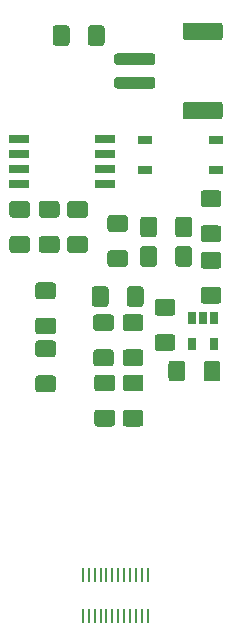
<source format=gbr>
%TF.GenerationSoftware,KiCad,Pcbnew,(5.1.6)-1*%
%TF.CreationDate,2021-10-03T16:09:20-04:00*%
%TF.ProjectId,horny_dom,686f726e-795f-4646-9f6d-2e6b69636164,rev?*%
%TF.SameCoordinates,Original*%
%TF.FileFunction,Paste,Top*%
%TF.FilePolarity,Positive*%
%FSLAX46Y46*%
G04 Gerber Fmt 4.6, Leading zero omitted, Abs format (unit mm)*
G04 Created by KiCad (PCBNEW (5.1.6)-1) date 2021-10-03 16:09:20*
%MOMM*%
%LPD*%
G01*
G04 APERTURE LIST*
%ADD10R,1.200000X0.800000*%
%ADD11R,1.700000X0.650000*%
%ADD12R,0.650000X1.060000*%
%ADD13R,0.270000X1.300000*%
G04 APERTURE END LIST*
D10*
%TO.C,U3*%
X158200000Y-85470000D03*
X152200000Y-85470000D03*
X152200000Y-82930000D03*
X158200000Y-82930000D03*
%TD*%
D11*
%TO.C,Tiny85*%
X141550000Y-86705000D03*
X141550000Y-85435000D03*
X141550000Y-84165000D03*
X141550000Y-82895000D03*
X148850000Y-82895000D03*
X148850000Y-84165000D03*
X148850000Y-85435000D03*
X148850000Y-86705000D03*
%TD*%
D12*
%TO.C,U1*%
X158050000Y-100200000D03*
X156150000Y-100200000D03*
X156150000Y-98000000D03*
X157100000Y-98000000D03*
X158050000Y-98000000D03*
%TD*%
%TO.C,R8*%
G36*
G01*
X149125000Y-95575000D02*
X149125000Y-96825000D01*
G75*
G02*
X148875000Y-97075000I-250000J0D01*
G01*
X147950000Y-97075000D01*
G75*
G02*
X147700000Y-96825000I0J250000D01*
G01*
X147700000Y-95575000D01*
G75*
G02*
X147950000Y-95325000I250000J0D01*
G01*
X148875000Y-95325000D01*
G75*
G02*
X149125000Y-95575000I0J-250000D01*
G01*
G37*
G36*
G01*
X152100000Y-95575000D02*
X152100000Y-96825000D01*
G75*
G02*
X151850000Y-97075000I-250000J0D01*
G01*
X150925000Y-97075000D01*
G75*
G02*
X150675000Y-96825000I0J250000D01*
G01*
X150675000Y-95575000D01*
G75*
G02*
X150925000Y-95325000I250000J0D01*
G01*
X151850000Y-95325000D01*
G75*
G02*
X152100000Y-95575000I0J-250000D01*
G01*
G37*
%TD*%
%TO.C,R7*%
G36*
G01*
X148075000Y-100675000D02*
X149325000Y-100675000D01*
G75*
G02*
X149575000Y-100925000I0J-250000D01*
G01*
X149575000Y-101850000D01*
G75*
G02*
X149325000Y-102100000I-250000J0D01*
G01*
X148075000Y-102100000D01*
G75*
G02*
X147825000Y-101850000I0J250000D01*
G01*
X147825000Y-100925000D01*
G75*
G02*
X148075000Y-100675000I250000J0D01*
G01*
G37*
G36*
G01*
X148075000Y-97700000D02*
X149325000Y-97700000D01*
G75*
G02*
X149575000Y-97950000I0J-250000D01*
G01*
X149575000Y-98875000D01*
G75*
G02*
X149325000Y-99125000I-250000J0D01*
G01*
X148075000Y-99125000D01*
G75*
G02*
X147825000Y-98875000I0J250000D01*
G01*
X147825000Y-97950000D01*
G75*
G02*
X148075000Y-97700000I250000J0D01*
G01*
G37*
%TD*%
%TO.C,R6*%
G36*
G01*
X150575000Y-100675000D02*
X151825000Y-100675000D01*
G75*
G02*
X152075000Y-100925000I0J-250000D01*
G01*
X152075000Y-101850000D01*
G75*
G02*
X151825000Y-102100000I-250000J0D01*
G01*
X150575000Y-102100000D01*
G75*
G02*
X150325000Y-101850000I0J250000D01*
G01*
X150325000Y-100925000D01*
G75*
G02*
X150575000Y-100675000I250000J0D01*
G01*
G37*
G36*
G01*
X150575000Y-97700000D02*
X151825000Y-97700000D01*
G75*
G02*
X152075000Y-97950000I0J-250000D01*
G01*
X152075000Y-98875000D01*
G75*
G02*
X151825000Y-99125000I-250000J0D01*
G01*
X150575000Y-99125000D01*
G75*
G02*
X150325000Y-98875000I0J250000D01*
G01*
X150325000Y-97950000D01*
G75*
G02*
X150575000Y-97700000I250000J0D01*
G01*
G37*
%TD*%
%TO.C,R5*%
G36*
G01*
X144725000Y-89525000D02*
X143475000Y-89525000D01*
G75*
G02*
X143225000Y-89275000I0J250000D01*
G01*
X143225000Y-88350000D01*
G75*
G02*
X143475000Y-88100000I250000J0D01*
G01*
X144725000Y-88100000D01*
G75*
G02*
X144975000Y-88350000I0J-250000D01*
G01*
X144975000Y-89275000D01*
G75*
G02*
X144725000Y-89525000I-250000J0D01*
G01*
G37*
G36*
G01*
X144725000Y-92500000D02*
X143475000Y-92500000D01*
G75*
G02*
X143225000Y-92250000I0J250000D01*
G01*
X143225000Y-91325000D01*
G75*
G02*
X143475000Y-91075000I250000J0D01*
G01*
X144725000Y-91075000D01*
G75*
G02*
X144975000Y-91325000I0J-250000D01*
G01*
X144975000Y-92250000D01*
G75*
G02*
X144725000Y-92500000I-250000J0D01*
G01*
G37*
%TD*%
%TO.C,R4*%
G36*
G01*
X140975000Y-91075000D02*
X142225000Y-91075000D01*
G75*
G02*
X142475000Y-91325000I0J-250000D01*
G01*
X142475000Y-92250000D01*
G75*
G02*
X142225000Y-92500000I-250000J0D01*
G01*
X140975000Y-92500000D01*
G75*
G02*
X140725000Y-92250000I0J250000D01*
G01*
X140725000Y-91325000D01*
G75*
G02*
X140975000Y-91075000I250000J0D01*
G01*
G37*
G36*
G01*
X140975000Y-88100000D02*
X142225000Y-88100000D01*
G75*
G02*
X142475000Y-88350000I0J-250000D01*
G01*
X142475000Y-89275000D01*
G75*
G02*
X142225000Y-89525000I-250000J0D01*
G01*
X140975000Y-89525000D01*
G75*
G02*
X140725000Y-89275000I0J250000D01*
G01*
X140725000Y-88350000D01*
G75*
G02*
X140975000Y-88100000I250000J0D01*
G01*
G37*
%TD*%
%TO.C,R3*%
G36*
G01*
X153225000Y-92175000D02*
X153225000Y-93425000D01*
G75*
G02*
X152975000Y-93675000I-250000J0D01*
G01*
X152050000Y-93675000D01*
G75*
G02*
X151800000Y-93425000I0J250000D01*
G01*
X151800000Y-92175000D01*
G75*
G02*
X152050000Y-91925000I250000J0D01*
G01*
X152975000Y-91925000D01*
G75*
G02*
X153225000Y-92175000I0J-250000D01*
G01*
G37*
G36*
G01*
X156200000Y-92175000D02*
X156200000Y-93425000D01*
G75*
G02*
X155950000Y-93675000I-250000J0D01*
G01*
X155025000Y-93675000D01*
G75*
G02*
X154775000Y-93425000I0J250000D01*
G01*
X154775000Y-92175000D01*
G75*
G02*
X155025000Y-91925000I250000J0D01*
G01*
X155950000Y-91925000D01*
G75*
G02*
X156200000Y-92175000I0J-250000D01*
G01*
G37*
%TD*%
%TO.C,R2*%
G36*
G01*
X154775000Y-90925000D02*
X154775000Y-89675000D01*
G75*
G02*
X155025000Y-89425000I250000J0D01*
G01*
X155950000Y-89425000D01*
G75*
G02*
X156200000Y-89675000I0J-250000D01*
G01*
X156200000Y-90925000D01*
G75*
G02*
X155950000Y-91175000I-250000J0D01*
G01*
X155025000Y-91175000D01*
G75*
G02*
X154775000Y-90925000I0J250000D01*
G01*
G37*
G36*
G01*
X151800000Y-90925000D02*
X151800000Y-89675000D01*
G75*
G02*
X152050000Y-89425000I250000J0D01*
G01*
X152975000Y-89425000D01*
G75*
G02*
X153225000Y-89675000I0J-250000D01*
G01*
X153225000Y-90925000D01*
G75*
G02*
X152975000Y-91175000I-250000J0D01*
G01*
X152050000Y-91175000D01*
G75*
G02*
X151800000Y-90925000I0J250000D01*
G01*
G37*
%TD*%
%TO.C,R1*%
G36*
G01*
X157175000Y-103125000D02*
X157175000Y-101875000D01*
G75*
G02*
X157425000Y-101625000I250000J0D01*
G01*
X158350000Y-101625000D01*
G75*
G02*
X158600000Y-101875000I0J-250000D01*
G01*
X158600000Y-103125000D01*
G75*
G02*
X158350000Y-103375000I-250000J0D01*
G01*
X157425000Y-103375000D01*
G75*
G02*
X157175000Y-103125000I0J250000D01*
G01*
G37*
G36*
G01*
X154200000Y-103125000D02*
X154200000Y-101875000D01*
G75*
G02*
X154450000Y-101625000I250000J0D01*
G01*
X155375000Y-101625000D01*
G75*
G02*
X155625000Y-101875000I0J-250000D01*
G01*
X155625000Y-103125000D01*
G75*
G02*
X155375000Y-103375000I-250000J0D01*
G01*
X154450000Y-103375000D01*
G75*
G02*
X154200000Y-103125000I0J250000D01*
G01*
G37*
%TD*%
D13*
%TO.C,J1*%
X146950000Y-123250000D03*
X147450000Y-123250000D03*
X147950000Y-123250000D03*
X148450000Y-123250000D03*
X148950000Y-123250000D03*
X149450000Y-123250000D03*
X149950000Y-123250000D03*
X150450000Y-123250000D03*
X150950000Y-123250000D03*
X151450000Y-123250000D03*
X151950000Y-123250000D03*
X152450000Y-123250000D03*
X151950000Y-119750000D03*
X150450000Y-119750000D03*
X150950000Y-119750000D03*
X151450000Y-119750000D03*
X152450000Y-119750000D03*
X149950000Y-119750000D03*
X149450000Y-119750000D03*
X148950000Y-119750000D03*
X148450000Y-119750000D03*
X147950000Y-119750000D03*
X147450000Y-119750000D03*
X146950000Y-119750000D03*
%TD*%
%TO.C,D5*%
G36*
G01*
X149275000Y-92275000D02*
X150525000Y-92275000D01*
G75*
G02*
X150775000Y-92525000I0J-250000D01*
G01*
X150775000Y-93450000D01*
G75*
G02*
X150525000Y-93700000I-250000J0D01*
G01*
X149275000Y-93700000D01*
G75*
G02*
X149025000Y-93450000I0J250000D01*
G01*
X149025000Y-92525000D01*
G75*
G02*
X149275000Y-92275000I250000J0D01*
G01*
G37*
G36*
G01*
X149275000Y-89300000D02*
X150525000Y-89300000D01*
G75*
G02*
X150775000Y-89550000I0J-250000D01*
G01*
X150775000Y-90475000D01*
G75*
G02*
X150525000Y-90725000I-250000J0D01*
G01*
X149275000Y-90725000D01*
G75*
G02*
X149025000Y-90475000I0J250000D01*
G01*
X149025000Y-89550000D01*
G75*
G02*
X149275000Y-89300000I250000J0D01*
G01*
G37*
%TD*%
%TO.C,D4*%
G36*
G01*
X148175000Y-105775000D02*
X149425000Y-105775000D01*
G75*
G02*
X149675000Y-106025000I0J-250000D01*
G01*
X149675000Y-106950000D01*
G75*
G02*
X149425000Y-107200000I-250000J0D01*
G01*
X148175000Y-107200000D01*
G75*
G02*
X147925000Y-106950000I0J250000D01*
G01*
X147925000Y-106025000D01*
G75*
G02*
X148175000Y-105775000I250000J0D01*
G01*
G37*
G36*
G01*
X148175000Y-102800000D02*
X149425000Y-102800000D01*
G75*
G02*
X149675000Y-103050000I0J-250000D01*
G01*
X149675000Y-103975000D01*
G75*
G02*
X149425000Y-104225000I-250000J0D01*
G01*
X148175000Y-104225000D01*
G75*
G02*
X147925000Y-103975000I0J250000D01*
G01*
X147925000Y-103050000D01*
G75*
G02*
X148175000Y-102800000I250000J0D01*
G01*
G37*
%TD*%
%TO.C,D3*%
G36*
G01*
X150575000Y-105775000D02*
X151825000Y-105775000D01*
G75*
G02*
X152075000Y-106025000I0J-250000D01*
G01*
X152075000Y-106950000D01*
G75*
G02*
X151825000Y-107200000I-250000J0D01*
G01*
X150575000Y-107200000D01*
G75*
G02*
X150325000Y-106950000I0J250000D01*
G01*
X150325000Y-106025000D01*
G75*
G02*
X150575000Y-105775000I250000J0D01*
G01*
G37*
G36*
G01*
X150575000Y-102800000D02*
X151825000Y-102800000D01*
G75*
G02*
X152075000Y-103050000I0J-250000D01*
G01*
X152075000Y-103975000D01*
G75*
G02*
X151825000Y-104225000I-250000J0D01*
G01*
X150575000Y-104225000D01*
G75*
G02*
X150325000Y-103975000I0J250000D01*
G01*
X150325000Y-103050000D01*
G75*
G02*
X150575000Y-102800000I250000J0D01*
G01*
G37*
%TD*%
%TO.C,D2*%
G36*
G01*
X157175000Y-95375000D02*
X158425000Y-95375000D01*
G75*
G02*
X158675000Y-95625000I0J-250000D01*
G01*
X158675000Y-96550000D01*
G75*
G02*
X158425000Y-96800000I-250000J0D01*
G01*
X157175000Y-96800000D01*
G75*
G02*
X156925000Y-96550000I0J250000D01*
G01*
X156925000Y-95625000D01*
G75*
G02*
X157175000Y-95375000I250000J0D01*
G01*
G37*
G36*
G01*
X157175000Y-92400000D02*
X158425000Y-92400000D01*
G75*
G02*
X158675000Y-92650000I0J-250000D01*
G01*
X158675000Y-93575000D01*
G75*
G02*
X158425000Y-93825000I-250000J0D01*
G01*
X157175000Y-93825000D01*
G75*
G02*
X156925000Y-93575000I0J250000D01*
G01*
X156925000Y-92650000D01*
G75*
G02*
X157175000Y-92400000I250000J0D01*
G01*
G37*
%TD*%
%TO.C,D1*%
G36*
G01*
X157175000Y-90175000D02*
X158425000Y-90175000D01*
G75*
G02*
X158675000Y-90425000I0J-250000D01*
G01*
X158675000Y-91350000D01*
G75*
G02*
X158425000Y-91600000I-250000J0D01*
G01*
X157175000Y-91600000D01*
G75*
G02*
X156925000Y-91350000I0J250000D01*
G01*
X156925000Y-90425000D01*
G75*
G02*
X157175000Y-90175000I250000J0D01*
G01*
G37*
G36*
G01*
X157175000Y-87200000D02*
X158425000Y-87200000D01*
G75*
G02*
X158675000Y-87450000I0J-250000D01*
G01*
X158675000Y-88375000D01*
G75*
G02*
X158425000Y-88625000I-250000J0D01*
G01*
X157175000Y-88625000D01*
G75*
G02*
X156925000Y-88375000I0J250000D01*
G01*
X156925000Y-87450000D01*
G75*
G02*
X157175000Y-87200000I250000J0D01*
G01*
G37*
%TD*%
%TO.C,C5*%
G36*
G01*
X143175000Y-102875000D02*
X144425000Y-102875000D01*
G75*
G02*
X144675000Y-103125000I0J-250000D01*
G01*
X144675000Y-104050000D01*
G75*
G02*
X144425000Y-104300000I-250000J0D01*
G01*
X143175000Y-104300000D01*
G75*
G02*
X142925000Y-104050000I0J250000D01*
G01*
X142925000Y-103125000D01*
G75*
G02*
X143175000Y-102875000I250000J0D01*
G01*
G37*
G36*
G01*
X143175000Y-99900000D02*
X144425000Y-99900000D01*
G75*
G02*
X144675000Y-100150000I0J-250000D01*
G01*
X144675000Y-101075000D01*
G75*
G02*
X144425000Y-101325000I-250000J0D01*
G01*
X143175000Y-101325000D01*
G75*
G02*
X142925000Y-101075000I0J250000D01*
G01*
X142925000Y-100150000D01*
G75*
G02*
X143175000Y-99900000I250000J0D01*
G01*
G37*
%TD*%
%TO.C,C4*%
G36*
G01*
X143175000Y-97975000D02*
X144425000Y-97975000D01*
G75*
G02*
X144675000Y-98225000I0J-250000D01*
G01*
X144675000Y-99150000D01*
G75*
G02*
X144425000Y-99400000I-250000J0D01*
G01*
X143175000Y-99400000D01*
G75*
G02*
X142925000Y-99150000I0J250000D01*
G01*
X142925000Y-98225000D01*
G75*
G02*
X143175000Y-97975000I250000J0D01*
G01*
G37*
G36*
G01*
X143175000Y-95000000D02*
X144425000Y-95000000D01*
G75*
G02*
X144675000Y-95250000I0J-250000D01*
G01*
X144675000Y-96175000D01*
G75*
G02*
X144425000Y-96425000I-250000J0D01*
G01*
X143175000Y-96425000D01*
G75*
G02*
X142925000Y-96175000I0J250000D01*
G01*
X142925000Y-95250000D01*
G75*
G02*
X143175000Y-95000000I250000J0D01*
G01*
G37*
%TD*%
%TO.C,C3*%
G36*
G01*
X147125000Y-89525000D02*
X145875000Y-89525000D01*
G75*
G02*
X145625000Y-89275000I0J250000D01*
G01*
X145625000Y-88350000D01*
G75*
G02*
X145875000Y-88100000I250000J0D01*
G01*
X147125000Y-88100000D01*
G75*
G02*
X147375000Y-88350000I0J-250000D01*
G01*
X147375000Y-89275000D01*
G75*
G02*
X147125000Y-89525000I-250000J0D01*
G01*
G37*
G36*
G01*
X147125000Y-92500000D02*
X145875000Y-92500000D01*
G75*
G02*
X145625000Y-92250000I0J250000D01*
G01*
X145625000Y-91325000D01*
G75*
G02*
X145875000Y-91075000I250000J0D01*
G01*
X147125000Y-91075000D01*
G75*
G02*
X147375000Y-91325000I0J-250000D01*
G01*
X147375000Y-92250000D01*
G75*
G02*
X147125000Y-92500000I-250000J0D01*
G01*
G37*
%TD*%
%TO.C,C2*%
G36*
G01*
X153275000Y-99375000D02*
X154525000Y-99375000D01*
G75*
G02*
X154775000Y-99625000I0J-250000D01*
G01*
X154775000Y-100550000D01*
G75*
G02*
X154525000Y-100800000I-250000J0D01*
G01*
X153275000Y-100800000D01*
G75*
G02*
X153025000Y-100550000I0J250000D01*
G01*
X153025000Y-99625000D01*
G75*
G02*
X153275000Y-99375000I250000J0D01*
G01*
G37*
G36*
G01*
X153275000Y-96400000D02*
X154525000Y-96400000D01*
G75*
G02*
X154775000Y-96650000I0J-250000D01*
G01*
X154775000Y-97575000D01*
G75*
G02*
X154525000Y-97825000I-250000J0D01*
G01*
X153275000Y-97825000D01*
G75*
G02*
X153025000Y-97575000I0J250000D01*
G01*
X153025000Y-96650000D01*
G75*
G02*
X153275000Y-96400000I250000J0D01*
G01*
G37*
%TD*%
%TO.C,C1*%
G36*
G01*
X145825000Y-73475000D02*
X145825000Y-74725000D01*
G75*
G02*
X145575000Y-74975000I-250000J0D01*
G01*
X144650000Y-74975000D01*
G75*
G02*
X144400000Y-74725000I0J250000D01*
G01*
X144400000Y-73475000D01*
G75*
G02*
X144650000Y-73225000I250000J0D01*
G01*
X145575000Y-73225000D01*
G75*
G02*
X145825000Y-73475000I0J-250000D01*
G01*
G37*
G36*
G01*
X148800000Y-73475000D02*
X148800000Y-74725000D01*
G75*
G02*
X148550000Y-74975000I-250000J0D01*
G01*
X147625000Y-74975000D01*
G75*
G02*
X147375000Y-74725000I0J250000D01*
G01*
X147375000Y-73475000D01*
G75*
G02*
X147625000Y-73225000I250000J0D01*
G01*
X148550000Y-73225000D01*
G75*
G02*
X148800000Y-73475000I0J-250000D01*
G01*
G37*
%TD*%
%TO.C,BT1*%
G36*
G01*
X158550000Y-74500000D02*
X155650000Y-74500000D01*
G75*
G02*
X155400000Y-74250000I0J250000D01*
G01*
X155400000Y-73250000D01*
G75*
G02*
X155650000Y-73000000I250000J0D01*
G01*
X158550000Y-73000000D01*
G75*
G02*
X158800000Y-73250000I0J-250000D01*
G01*
X158800000Y-74250000D01*
G75*
G02*
X158550000Y-74500000I-250000J0D01*
G01*
G37*
G36*
G01*
X158550000Y-81200000D02*
X155650000Y-81200000D01*
G75*
G02*
X155400000Y-80950000I0J250000D01*
G01*
X155400000Y-79950000D01*
G75*
G02*
X155650000Y-79700000I250000J0D01*
G01*
X158550000Y-79700000D01*
G75*
G02*
X158800000Y-79950000I0J-250000D01*
G01*
X158800000Y-80950000D01*
G75*
G02*
X158550000Y-81200000I-250000J0D01*
G01*
G37*
G36*
G01*
X152850000Y-76600000D02*
X149850000Y-76600000D01*
G75*
G02*
X149600000Y-76350000I0J250000D01*
G01*
X149600000Y-75850000D01*
G75*
G02*
X149850000Y-75600000I250000J0D01*
G01*
X152850000Y-75600000D01*
G75*
G02*
X153100000Y-75850000I0J-250000D01*
G01*
X153100000Y-76350000D01*
G75*
G02*
X152850000Y-76600000I-250000J0D01*
G01*
G37*
G36*
G01*
X152850000Y-78600000D02*
X149850000Y-78600000D01*
G75*
G02*
X149600000Y-78350000I0J250000D01*
G01*
X149600000Y-77850000D01*
G75*
G02*
X149850000Y-77600000I250000J0D01*
G01*
X152850000Y-77600000D01*
G75*
G02*
X153100000Y-77850000I0J-250000D01*
G01*
X153100000Y-78350000D01*
G75*
G02*
X152850000Y-78600000I-250000J0D01*
G01*
G37*
%TD*%
M02*

</source>
